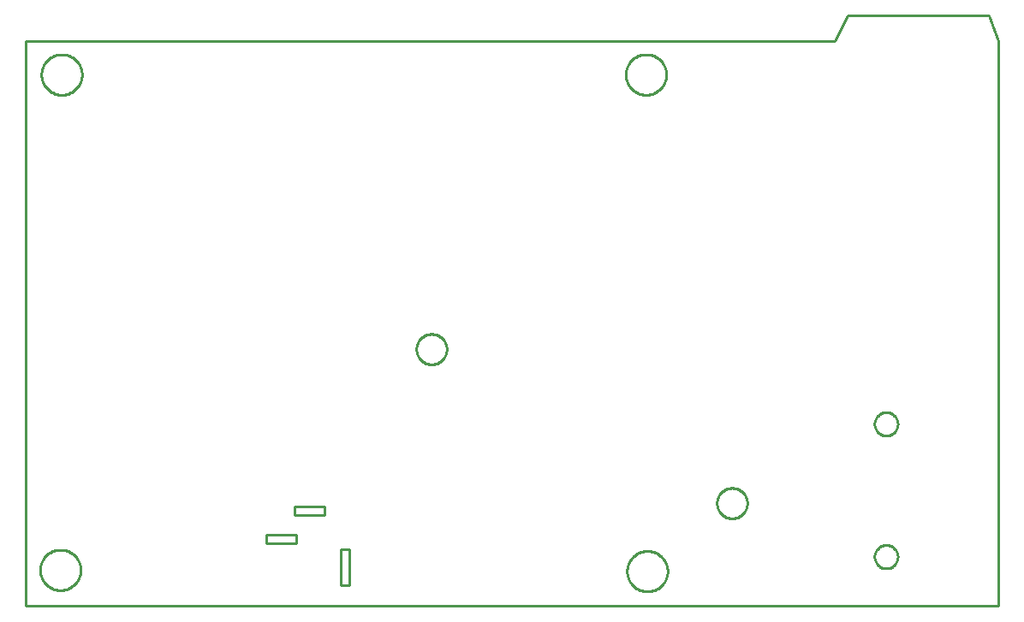
<source format=gbr>
G04 EAGLE Gerber X2 export*
%TF.Part,Single*%
%TF.FileFunction,Profile,NP*%
%TF.FilePolarity,Positive*%
%TF.GenerationSoftware,Autodesk,EAGLE,8.7.0*%
%TF.CreationDate,2018-11-06T21:30:33Z*%
G75*
%MOMM*%
%FSLAX34Y34*%
%LPD*%
%AMOC8*
5,1,8,0,0,1.08239X$1,22.5*%
G01*
%ADD10C,0.254000*%


D10*
X0Y0D02*
X961900Y0D01*
X961900Y558700D01*
X952600Y584100D01*
X812800Y584200D01*
X800100Y558800D01*
X0Y558700D01*
X0Y0D01*
X265700Y90100D02*
X295700Y90100D01*
X295700Y98100D01*
X265700Y98100D01*
X265700Y90100D01*
X311700Y20600D02*
X319700Y20600D01*
X319700Y55600D01*
X311700Y55600D01*
X311700Y20600D01*
X237700Y62100D02*
X267700Y62100D01*
X267700Y70100D01*
X237700Y70100D01*
X237700Y62100D01*
X54290Y34956D02*
X54217Y33749D01*
X54071Y32549D01*
X53853Y31360D01*
X53564Y30187D01*
X53205Y29033D01*
X52776Y27903D01*
X52280Y26801D01*
X51718Y25730D01*
X51093Y24696D01*
X50406Y23701D01*
X49661Y22750D01*
X48859Y21845D01*
X48005Y20991D01*
X47100Y20189D01*
X46149Y19444D01*
X45154Y18757D01*
X44120Y18132D01*
X43049Y17570D01*
X41947Y17074D01*
X40817Y16645D01*
X39663Y16286D01*
X38490Y15997D01*
X37301Y15779D01*
X36101Y15633D01*
X34894Y15560D01*
X33686Y15560D01*
X32479Y15633D01*
X31279Y15779D01*
X30090Y15997D01*
X28917Y16286D01*
X27763Y16645D01*
X26633Y17074D01*
X25531Y17570D01*
X24460Y18132D01*
X23426Y18757D01*
X22431Y19444D01*
X21480Y20189D01*
X20575Y20991D01*
X19721Y21845D01*
X18919Y22750D01*
X18174Y23701D01*
X17487Y24696D01*
X16862Y25730D01*
X16300Y26801D01*
X15804Y27903D01*
X15375Y29033D01*
X15016Y30187D01*
X14727Y31360D01*
X14509Y32549D01*
X14363Y33749D01*
X14290Y34956D01*
X14290Y36164D01*
X14363Y37371D01*
X14509Y38571D01*
X14727Y39760D01*
X15016Y40933D01*
X15375Y42087D01*
X15804Y43217D01*
X16300Y44319D01*
X16862Y45390D01*
X17487Y46424D01*
X18174Y47419D01*
X18919Y48370D01*
X19721Y49275D01*
X20575Y50129D01*
X21480Y50931D01*
X22431Y51676D01*
X23426Y52363D01*
X24460Y52988D01*
X25531Y53550D01*
X26633Y54046D01*
X27763Y54475D01*
X28917Y54834D01*
X30090Y55123D01*
X31279Y55341D01*
X32479Y55487D01*
X33686Y55560D01*
X34894Y55560D01*
X36101Y55487D01*
X37301Y55341D01*
X38490Y55123D01*
X39663Y54834D01*
X40817Y54475D01*
X41947Y54046D01*
X43049Y53550D01*
X44120Y52988D01*
X45154Y52363D01*
X46149Y51676D01*
X47100Y50931D01*
X48005Y50129D01*
X48859Y49275D01*
X49661Y48370D01*
X50406Y47419D01*
X51093Y46424D01*
X51718Y45390D01*
X52280Y44319D01*
X52776Y43217D01*
X53205Y42087D01*
X53564Y40933D01*
X53853Y39760D01*
X54071Y38571D01*
X54217Y37371D01*
X54290Y36164D01*
X54290Y34956D01*
X55560Y525176D02*
X55487Y523969D01*
X55341Y522769D01*
X55123Y521580D01*
X54834Y520407D01*
X54475Y519253D01*
X54046Y518123D01*
X53550Y517021D01*
X52988Y515950D01*
X52363Y514916D01*
X51676Y513921D01*
X50931Y512970D01*
X50129Y512065D01*
X49275Y511211D01*
X48370Y510409D01*
X47419Y509664D01*
X46424Y508977D01*
X45390Y508352D01*
X44319Y507790D01*
X43217Y507294D01*
X42087Y506865D01*
X40933Y506506D01*
X39760Y506217D01*
X38571Y505999D01*
X37371Y505853D01*
X36164Y505780D01*
X34956Y505780D01*
X33749Y505853D01*
X32549Y505999D01*
X31360Y506217D01*
X30187Y506506D01*
X29033Y506865D01*
X27903Y507294D01*
X26801Y507790D01*
X25730Y508352D01*
X24696Y508977D01*
X23701Y509664D01*
X22750Y510409D01*
X21845Y511211D01*
X20991Y512065D01*
X20189Y512970D01*
X19444Y513921D01*
X18757Y514916D01*
X18132Y515950D01*
X17570Y517021D01*
X17074Y518123D01*
X16645Y519253D01*
X16286Y520407D01*
X15997Y521580D01*
X15779Y522769D01*
X15633Y523969D01*
X15560Y525176D01*
X15560Y526384D01*
X15633Y527591D01*
X15779Y528791D01*
X15997Y529980D01*
X16286Y531153D01*
X16645Y532307D01*
X17074Y533437D01*
X17570Y534539D01*
X18132Y535610D01*
X18757Y536644D01*
X19444Y537639D01*
X20189Y538590D01*
X20991Y539495D01*
X21845Y540349D01*
X22750Y541151D01*
X23701Y541896D01*
X24696Y542583D01*
X25730Y543208D01*
X26801Y543770D01*
X27903Y544266D01*
X29033Y544695D01*
X30187Y545054D01*
X31360Y545343D01*
X32549Y545561D01*
X33749Y545707D01*
X34956Y545780D01*
X36164Y545780D01*
X37371Y545707D01*
X38571Y545561D01*
X39760Y545343D01*
X40933Y545054D01*
X42087Y544695D01*
X43217Y544266D01*
X44319Y543770D01*
X45390Y543208D01*
X46424Y542583D01*
X47419Y541896D01*
X48370Y541151D01*
X49275Y540349D01*
X50129Y539495D01*
X50931Y538590D01*
X51676Y537639D01*
X52363Y536644D01*
X52988Y535610D01*
X53550Y534539D01*
X54046Y533437D01*
X54475Y532307D01*
X54834Y531153D01*
X55123Y529980D01*
X55341Y528791D01*
X55487Y527591D01*
X55560Y526384D01*
X55560Y525176D01*
X633410Y525176D02*
X633337Y523969D01*
X633191Y522769D01*
X632973Y521580D01*
X632684Y520407D01*
X632325Y519253D01*
X631896Y518123D01*
X631400Y517021D01*
X630838Y515950D01*
X630213Y514916D01*
X629526Y513921D01*
X628781Y512970D01*
X627979Y512065D01*
X627125Y511211D01*
X626220Y510409D01*
X625269Y509664D01*
X624274Y508977D01*
X623240Y508352D01*
X622169Y507790D01*
X621067Y507294D01*
X619937Y506865D01*
X618783Y506506D01*
X617610Y506217D01*
X616421Y505999D01*
X615221Y505853D01*
X614014Y505780D01*
X612806Y505780D01*
X611599Y505853D01*
X610399Y505999D01*
X609210Y506217D01*
X608037Y506506D01*
X606883Y506865D01*
X605753Y507294D01*
X604651Y507790D01*
X603580Y508352D01*
X602546Y508977D01*
X601551Y509664D01*
X600600Y510409D01*
X599695Y511211D01*
X598841Y512065D01*
X598039Y512970D01*
X597294Y513921D01*
X596607Y514916D01*
X595982Y515950D01*
X595420Y517021D01*
X594924Y518123D01*
X594495Y519253D01*
X594136Y520407D01*
X593847Y521580D01*
X593629Y522769D01*
X593483Y523969D01*
X593410Y525176D01*
X593410Y526384D01*
X593483Y527591D01*
X593629Y528791D01*
X593847Y529980D01*
X594136Y531153D01*
X594495Y532307D01*
X594924Y533437D01*
X595420Y534539D01*
X595982Y535610D01*
X596607Y536644D01*
X597294Y537639D01*
X598039Y538590D01*
X598841Y539495D01*
X599695Y540349D01*
X600600Y541151D01*
X601551Y541896D01*
X602546Y542583D01*
X603580Y543208D01*
X604651Y543770D01*
X605753Y544266D01*
X606883Y544695D01*
X608037Y545054D01*
X609210Y545343D01*
X610399Y545561D01*
X611599Y545707D01*
X612806Y545780D01*
X614014Y545780D01*
X615221Y545707D01*
X616421Y545561D01*
X617610Y545343D01*
X618783Y545054D01*
X619937Y544695D01*
X621067Y544266D01*
X622169Y543770D01*
X623240Y543208D01*
X624274Y542583D01*
X625269Y541896D01*
X626220Y541151D01*
X627125Y540349D01*
X627979Y539495D01*
X628781Y538590D01*
X629526Y537639D01*
X630213Y536644D01*
X630838Y535610D01*
X631400Y534539D01*
X631896Y533437D01*
X632325Y532307D01*
X632684Y531153D01*
X632973Y529980D01*
X633191Y528791D01*
X633337Y527591D01*
X633410Y526384D01*
X633410Y525176D01*
X634680Y33686D02*
X634607Y32479D01*
X634461Y31279D01*
X634243Y30090D01*
X633954Y28917D01*
X633595Y27763D01*
X633166Y26633D01*
X632670Y25531D01*
X632108Y24460D01*
X631483Y23426D01*
X630796Y22431D01*
X630051Y21480D01*
X629249Y20575D01*
X628395Y19721D01*
X627490Y18919D01*
X626539Y18174D01*
X625544Y17487D01*
X624510Y16862D01*
X623439Y16300D01*
X622337Y15804D01*
X621207Y15375D01*
X620053Y15016D01*
X618880Y14727D01*
X617691Y14509D01*
X616491Y14363D01*
X615284Y14290D01*
X614076Y14290D01*
X612869Y14363D01*
X611669Y14509D01*
X610480Y14727D01*
X609307Y15016D01*
X608153Y15375D01*
X607023Y15804D01*
X605921Y16300D01*
X604850Y16862D01*
X603816Y17487D01*
X602821Y18174D01*
X601870Y18919D01*
X600965Y19721D01*
X600111Y20575D01*
X599309Y21480D01*
X598564Y22431D01*
X597877Y23426D01*
X597252Y24460D01*
X596690Y25531D01*
X596194Y26633D01*
X595765Y27763D01*
X595406Y28917D01*
X595117Y30090D01*
X594899Y31279D01*
X594753Y32479D01*
X594680Y33686D01*
X594680Y34894D01*
X594753Y36101D01*
X594899Y37301D01*
X595117Y38490D01*
X595406Y39663D01*
X595765Y40817D01*
X596194Y41947D01*
X596690Y43049D01*
X597252Y44120D01*
X597877Y45154D01*
X598564Y46149D01*
X599309Y47100D01*
X600111Y48005D01*
X600965Y48859D01*
X601870Y49661D01*
X602821Y50406D01*
X603816Y51093D01*
X604850Y51718D01*
X605921Y52280D01*
X607023Y52776D01*
X608153Y53205D01*
X609307Y53564D01*
X610480Y53853D01*
X611669Y54071D01*
X612869Y54217D01*
X614076Y54290D01*
X615284Y54290D01*
X616491Y54217D01*
X617691Y54071D01*
X618880Y53853D01*
X620053Y53564D01*
X621207Y53205D01*
X622337Y52776D01*
X623439Y52280D01*
X624510Y51718D01*
X625544Y51093D01*
X626539Y50406D01*
X627490Y49661D01*
X628395Y48859D01*
X629249Y48005D01*
X630051Y47100D01*
X630796Y46149D01*
X631483Y45154D01*
X632108Y44120D01*
X632670Y43049D01*
X633166Y41947D01*
X633595Y40817D01*
X633954Y39663D01*
X634243Y38490D01*
X634461Y37301D01*
X634607Y36101D01*
X634680Y34894D01*
X634680Y33686D01*
X54290Y34956D02*
X54217Y33749D01*
X54071Y32549D01*
X53853Y31360D01*
X53564Y30187D01*
X53205Y29033D01*
X52776Y27903D01*
X52280Y26801D01*
X51718Y25730D01*
X51093Y24696D01*
X50406Y23701D01*
X49661Y22750D01*
X48859Y21845D01*
X48005Y20991D01*
X47100Y20189D01*
X46149Y19444D01*
X45154Y18757D01*
X44120Y18132D01*
X43049Y17570D01*
X41947Y17074D01*
X40817Y16645D01*
X39663Y16286D01*
X38490Y15997D01*
X37301Y15779D01*
X36101Y15633D01*
X34894Y15560D01*
X33686Y15560D01*
X32479Y15633D01*
X31279Y15779D01*
X30090Y15997D01*
X28917Y16286D01*
X27763Y16645D01*
X26633Y17074D01*
X25531Y17570D01*
X24460Y18132D01*
X23426Y18757D01*
X22431Y19444D01*
X21480Y20189D01*
X20575Y20991D01*
X19721Y21845D01*
X18919Y22750D01*
X18174Y23701D01*
X17487Y24696D01*
X16862Y25730D01*
X16300Y26801D01*
X15804Y27903D01*
X15375Y29033D01*
X15016Y30187D01*
X14727Y31360D01*
X14509Y32549D01*
X14363Y33749D01*
X14290Y34956D01*
X14290Y36164D01*
X14363Y37371D01*
X14509Y38571D01*
X14727Y39760D01*
X15016Y40933D01*
X15375Y42087D01*
X15804Y43217D01*
X16300Y44319D01*
X16862Y45390D01*
X17487Y46424D01*
X18174Y47419D01*
X18919Y48370D01*
X19721Y49275D01*
X20575Y50129D01*
X21480Y50931D01*
X22431Y51676D01*
X23426Y52363D01*
X24460Y52988D01*
X25531Y53550D01*
X26633Y54046D01*
X27763Y54475D01*
X28917Y54834D01*
X30090Y55123D01*
X31279Y55341D01*
X32479Y55487D01*
X33686Y55560D01*
X34894Y55560D01*
X36101Y55487D01*
X37301Y55341D01*
X38490Y55123D01*
X39663Y54834D01*
X40817Y54475D01*
X41947Y54046D01*
X43049Y53550D01*
X44120Y52988D01*
X45154Y52363D01*
X46149Y51676D01*
X47100Y50931D01*
X48005Y50129D01*
X48859Y49275D01*
X49661Y48370D01*
X50406Y47419D01*
X51093Y46424D01*
X51718Y45390D01*
X52280Y44319D01*
X52776Y43217D01*
X53205Y42087D01*
X53564Y40933D01*
X53853Y39760D01*
X54071Y38571D01*
X54217Y37371D01*
X54290Y36164D01*
X54290Y34956D01*
X55560Y525176D02*
X55487Y523969D01*
X55341Y522769D01*
X55123Y521580D01*
X54834Y520407D01*
X54475Y519253D01*
X54046Y518123D01*
X53550Y517021D01*
X52988Y515950D01*
X52363Y514916D01*
X51676Y513921D01*
X50931Y512970D01*
X50129Y512065D01*
X49275Y511211D01*
X48370Y510409D01*
X47419Y509664D01*
X46424Y508977D01*
X45390Y508352D01*
X44319Y507790D01*
X43217Y507294D01*
X42087Y506865D01*
X40933Y506506D01*
X39760Y506217D01*
X38571Y505999D01*
X37371Y505853D01*
X36164Y505780D01*
X34956Y505780D01*
X33749Y505853D01*
X32549Y505999D01*
X31360Y506217D01*
X30187Y506506D01*
X29033Y506865D01*
X27903Y507294D01*
X26801Y507790D01*
X25730Y508352D01*
X24696Y508977D01*
X23701Y509664D01*
X22750Y510409D01*
X21845Y511211D01*
X20991Y512065D01*
X20189Y512970D01*
X19444Y513921D01*
X18757Y514916D01*
X18132Y515950D01*
X17570Y517021D01*
X17074Y518123D01*
X16645Y519253D01*
X16286Y520407D01*
X15997Y521580D01*
X15779Y522769D01*
X15633Y523969D01*
X15560Y525176D01*
X15560Y526384D01*
X15633Y527591D01*
X15779Y528791D01*
X15997Y529980D01*
X16286Y531153D01*
X16645Y532307D01*
X17074Y533437D01*
X17570Y534539D01*
X18132Y535610D01*
X18757Y536644D01*
X19444Y537639D01*
X20189Y538590D01*
X20991Y539495D01*
X21845Y540349D01*
X22750Y541151D01*
X23701Y541896D01*
X24696Y542583D01*
X25730Y543208D01*
X26801Y543770D01*
X27903Y544266D01*
X29033Y544695D01*
X30187Y545054D01*
X31360Y545343D01*
X32549Y545561D01*
X33749Y545707D01*
X34956Y545780D01*
X36164Y545780D01*
X37371Y545707D01*
X38571Y545561D01*
X39760Y545343D01*
X40933Y545054D01*
X42087Y544695D01*
X43217Y544266D01*
X44319Y543770D01*
X45390Y543208D01*
X46424Y542583D01*
X47419Y541896D01*
X48370Y541151D01*
X49275Y540349D01*
X50129Y539495D01*
X50931Y538590D01*
X51676Y537639D01*
X52363Y536644D01*
X52988Y535610D01*
X53550Y534539D01*
X54046Y533437D01*
X54475Y532307D01*
X54834Y531153D01*
X55123Y529980D01*
X55341Y528791D01*
X55487Y527591D01*
X55560Y526384D01*
X55560Y525176D01*
X633410Y525176D02*
X633337Y523969D01*
X633191Y522769D01*
X632973Y521580D01*
X632684Y520407D01*
X632325Y519253D01*
X631896Y518123D01*
X631400Y517021D01*
X630838Y515950D01*
X630213Y514916D01*
X629526Y513921D01*
X628781Y512970D01*
X627979Y512065D01*
X627125Y511211D01*
X626220Y510409D01*
X625269Y509664D01*
X624274Y508977D01*
X623240Y508352D01*
X622169Y507790D01*
X621067Y507294D01*
X619937Y506865D01*
X618783Y506506D01*
X617610Y506217D01*
X616421Y505999D01*
X615221Y505853D01*
X614014Y505780D01*
X612806Y505780D01*
X611599Y505853D01*
X610399Y505999D01*
X609210Y506217D01*
X608037Y506506D01*
X606883Y506865D01*
X605753Y507294D01*
X604651Y507790D01*
X603580Y508352D01*
X602546Y508977D01*
X601551Y509664D01*
X600600Y510409D01*
X599695Y511211D01*
X598841Y512065D01*
X598039Y512970D01*
X597294Y513921D01*
X596607Y514916D01*
X595982Y515950D01*
X595420Y517021D01*
X594924Y518123D01*
X594495Y519253D01*
X594136Y520407D01*
X593847Y521580D01*
X593629Y522769D01*
X593483Y523969D01*
X593410Y525176D01*
X593410Y526384D01*
X593483Y527591D01*
X593629Y528791D01*
X593847Y529980D01*
X594136Y531153D01*
X594495Y532307D01*
X594924Y533437D01*
X595420Y534539D01*
X595982Y535610D01*
X596607Y536644D01*
X597294Y537639D01*
X598039Y538590D01*
X598841Y539495D01*
X599695Y540349D01*
X600600Y541151D01*
X601551Y541896D01*
X602546Y542583D01*
X603580Y543208D01*
X604651Y543770D01*
X605753Y544266D01*
X606883Y544695D01*
X608037Y545054D01*
X609210Y545343D01*
X610399Y545561D01*
X611599Y545707D01*
X612806Y545780D01*
X614014Y545780D01*
X615221Y545707D01*
X616421Y545561D01*
X617610Y545343D01*
X618783Y545054D01*
X619937Y544695D01*
X621067Y544266D01*
X622169Y543770D01*
X623240Y543208D01*
X624274Y542583D01*
X625269Y541896D01*
X626220Y541151D01*
X627125Y540349D01*
X627979Y539495D01*
X628781Y538590D01*
X629526Y537639D01*
X630213Y536644D01*
X630838Y535610D01*
X631400Y534539D01*
X631896Y533437D01*
X632325Y532307D01*
X632684Y531153D01*
X632973Y529980D01*
X633191Y528791D01*
X633337Y527591D01*
X633410Y526384D01*
X633410Y525176D01*
X634680Y33686D02*
X634607Y32479D01*
X634461Y31279D01*
X634243Y30090D01*
X633954Y28917D01*
X633595Y27763D01*
X633166Y26633D01*
X632670Y25531D01*
X632108Y24460D01*
X631483Y23426D01*
X630796Y22431D01*
X630051Y21480D01*
X629249Y20575D01*
X628395Y19721D01*
X627490Y18919D01*
X626539Y18174D01*
X625544Y17487D01*
X624510Y16862D01*
X623439Y16300D01*
X622337Y15804D01*
X621207Y15375D01*
X620053Y15016D01*
X618880Y14727D01*
X617691Y14509D01*
X616491Y14363D01*
X615284Y14290D01*
X614076Y14290D01*
X612869Y14363D01*
X611669Y14509D01*
X610480Y14727D01*
X609307Y15016D01*
X608153Y15375D01*
X607023Y15804D01*
X605921Y16300D01*
X604850Y16862D01*
X603816Y17487D01*
X602821Y18174D01*
X601870Y18919D01*
X600965Y19721D01*
X600111Y20575D01*
X599309Y21480D01*
X598564Y22431D01*
X597877Y23426D01*
X597252Y24460D01*
X596690Y25531D01*
X596194Y26633D01*
X595765Y27763D01*
X595406Y28917D01*
X595117Y30090D01*
X594899Y31279D01*
X594753Y32479D01*
X594680Y33686D01*
X594680Y34894D01*
X594753Y36101D01*
X594899Y37301D01*
X595117Y38490D01*
X595406Y39663D01*
X595765Y40817D01*
X596194Y41947D01*
X596690Y43049D01*
X597252Y44120D01*
X597877Y45154D01*
X598564Y46149D01*
X599309Y47100D01*
X600111Y48005D01*
X600965Y48859D01*
X601870Y49661D01*
X602821Y50406D01*
X603816Y51093D01*
X604850Y51718D01*
X605921Y52280D01*
X607023Y52776D01*
X608153Y53205D01*
X609307Y53564D01*
X610480Y53853D01*
X611669Y54071D01*
X612869Y54217D01*
X614076Y54290D01*
X615284Y54290D01*
X616491Y54217D01*
X617691Y54071D01*
X618880Y53853D01*
X620053Y53564D01*
X621207Y53205D01*
X622337Y52776D01*
X623439Y52280D01*
X624510Y51718D01*
X625544Y51093D01*
X626539Y50406D01*
X627490Y49661D01*
X628395Y48859D01*
X629249Y48005D01*
X630051Y47100D01*
X630796Y46149D01*
X631483Y45154D01*
X632108Y44120D01*
X632670Y43049D01*
X633166Y41947D01*
X633595Y40817D01*
X633954Y39663D01*
X634243Y38490D01*
X634461Y37301D01*
X634607Y36101D01*
X634680Y34894D01*
X634680Y33686D01*
X416320Y253464D02*
X416244Y252396D01*
X416091Y251335D01*
X415863Y250288D01*
X415561Y249260D01*
X415187Y248256D01*
X414742Y247281D01*
X414228Y246341D01*
X413649Y245440D01*
X413007Y244582D01*
X412305Y243772D01*
X411548Y243015D01*
X410738Y242313D01*
X409880Y241671D01*
X408979Y241092D01*
X408039Y240578D01*
X407064Y240133D01*
X406060Y239759D01*
X405032Y239457D01*
X403985Y239229D01*
X402924Y239076D01*
X401856Y239000D01*
X400784Y239000D01*
X399716Y239076D01*
X398655Y239229D01*
X397608Y239457D01*
X396580Y239759D01*
X395576Y240133D01*
X394601Y240578D01*
X393661Y241092D01*
X392760Y241671D01*
X391902Y242313D01*
X391092Y243015D01*
X390335Y243772D01*
X389633Y244582D01*
X388991Y245440D01*
X388412Y246341D01*
X387898Y247281D01*
X387453Y248256D01*
X387079Y249260D01*
X386777Y250288D01*
X386549Y251335D01*
X386396Y252396D01*
X386320Y253464D01*
X386320Y254536D01*
X386396Y255604D01*
X386549Y256665D01*
X386777Y257712D01*
X387079Y258740D01*
X387453Y259744D01*
X387898Y260719D01*
X388412Y261659D01*
X388991Y262560D01*
X389633Y263418D01*
X390335Y264228D01*
X391092Y264985D01*
X391902Y265687D01*
X392760Y266329D01*
X393661Y266908D01*
X394601Y267422D01*
X395576Y267867D01*
X396580Y268241D01*
X397608Y268543D01*
X398655Y268771D01*
X399716Y268924D01*
X400784Y269000D01*
X401856Y269000D01*
X402924Y268924D01*
X403985Y268771D01*
X405032Y268543D01*
X406060Y268241D01*
X407064Y267867D01*
X408039Y267422D01*
X408979Y266908D01*
X409880Y266329D01*
X410738Y265687D01*
X411548Y264985D01*
X412305Y264228D01*
X413007Y263418D01*
X413649Y262560D01*
X414228Y261659D01*
X414742Y260719D01*
X415187Y259744D01*
X415561Y258740D01*
X415863Y257712D01*
X416091Y256665D01*
X416244Y255604D01*
X416320Y254536D01*
X416320Y253464D01*
X713500Y101064D02*
X713424Y99996D01*
X713271Y98935D01*
X713043Y97888D01*
X712741Y96860D01*
X712367Y95856D01*
X711922Y94881D01*
X711408Y93941D01*
X710829Y93040D01*
X710187Y92182D01*
X709485Y91372D01*
X708728Y90615D01*
X707918Y89913D01*
X707060Y89271D01*
X706159Y88692D01*
X705219Y88178D01*
X704244Y87733D01*
X703240Y87359D01*
X702212Y87057D01*
X701165Y86829D01*
X700104Y86676D01*
X699036Y86600D01*
X697964Y86600D01*
X696896Y86676D01*
X695835Y86829D01*
X694788Y87057D01*
X693760Y87359D01*
X692756Y87733D01*
X691781Y88178D01*
X690841Y88692D01*
X689940Y89271D01*
X689082Y89913D01*
X688272Y90615D01*
X687515Y91372D01*
X686813Y92182D01*
X686171Y93040D01*
X685592Y93941D01*
X685078Y94881D01*
X684633Y95856D01*
X684259Y96860D01*
X683957Y97888D01*
X683729Y98935D01*
X683576Y99996D01*
X683500Y101064D01*
X683500Y102136D01*
X683576Y103204D01*
X683729Y104265D01*
X683957Y105312D01*
X684259Y106340D01*
X684633Y107344D01*
X685078Y108319D01*
X685592Y109259D01*
X686171Y110160D01*
X686813Y111018D01*
X687515Y111828D01*
X688272Y112585D01*
X689082Y113287D01*
X689940Y113929D01*
X690841Y114508D01*
X691781Y115022D01*
X692756Y115467D01*
X693760Y115841D01*
X694788Y116143D01*
X695835Y116371D01*
X696896Y116524D01*
X697964Y116600D01*
X699036Y116600D01*
X700104Y116524D01*
X701165Y116371D01*
X702212Y116143D01*
X703240Y115841D01*
X704244Y115467D01*
X705219Y115022D01*
X706159Y114508D01*
X707060Y113929D01*
X707918Y113287D01*
X708728Y112585D01*
X709485Y111828D01*
X710187Y111018D01*
X710829Y110160D01*
X711408Y109259D01*
X711922Y108319D01*
X712367Y107344D01*
X712741Y106340D01*
X713043Y105312D01*
X713271Y104265D01*
X713424Y103204D01*
X713500Y102136D01*
X713500Y101064D01*
X851352Y60100D02*
X852253Y60029D01*
X853145Y59888D01*
X854024Y59677D01*
X854883Y59398D01*
X855718Y59052D01*
X856523Y58641D01*
X857294Y58169D01*
X858025Y57638D01*
X858712Y57051D01*
X859351Y56412D01*
X859938Y55725D01*
X860469Y54994D01*
X860941Y54223D01*
X861352Y53418D01*
X861698Y52583D01*
X861977Y51724D01*
X862188Y50845D01*
X862329Y49953D01*
X862400Y49052D01*
X862400Y48148D01*
X862329Y47247D01*
X862188Y46355D01*
X861977Y45476D01*
X861698Y44617D01*
X861352Y43782D01*
X860941Y42977D01*
X860469Y42206D01*
X859938Y41475D01*
X859351Y40788D01*
X858712Y40149D01*
X858025Y39562D01*
X857294Y39031D01*
X856523Y38559D01*
X855718Y38148D01*
X854883Y37802D01*
X854024Y37523D01*
X853145Y37312D01*
X852253Y37171D01*
X851352Y37100D01*
X850448Y37100D01*
X849547Y37171D01*
X848655Y37312D01*
X847776Y37523D01*
X846917Y37802D01*
X846082Y38148D01*
X845277Y38559D01*
X844506Y39031D01*
X843775Y39562D01*
X843088Y40149D01*
X842449Y40788D01*
X841862Y41475D01*
X841331Y42206D01*
X840859Y42977D01*
X840448Y43782D01*
X840102Y44617D01*
X839823Y45476D01*
X839612Y46355D01*
X839471Y47247D01*
X839400Y48148D01*
X839400Y49052D01*
X839471Y49953D01*
X839612Y50845D01*
X839823Y51724D01*
X840102Y52583D01*
X840448Y53418D01*
X840859Y54223D01*
X841331Y54994D01*
X841862Y55725D01*
X842449Y56412D01*
X843088Y57051D01*
X843775Y57638D01*
X844506Y58169D01*
X845277Y58641D01*
X846082Y59052D01*
X846917Y59398D01*
X847776Y59677D01*
X848655Y59888D01*
X849547Y60029D01*
X850448Y60100D01*
X851352Y60100D01*
X851352Y191500D02*
X852253Y191429D01*
X853145Y191288D01*
X854024Y191077D01*
X854883Y190798D01*
X855718Y190452D01*
X856523Y190041D01*
X857294Y189569D01*
X858025Y189038D01*
X858712Y188451D01*
X859351Y187812D01*
X859938Y187125D01*
X860469Y186394D01*
X860941Y185623D01*
X861352Y184818D01*
X861698Y183983D01*
X861977Y183124D01*
X862188Y182245D01*
X862329Y181353D01*
X862400Y180452D01*
X862400Y179548D01*
X862329Y178647D01*
X862188Y177755D01*
X861977Y176876D01*
X861698Y176017D01*
X861352Y175182D01*
X860941Y174377D01*
X860469Y173606D01*
X859938Y172875D01*
X859351Y172188D01*
X858712Y171549D01*
X858025Y170962D01*
X857294Y170431D01*
X856523Y169959D01*
X855718Y169548D01*
X854883Y169202D01*
X854024Y168923D01*
X853145Y168712D01*
X852253Y168571D01*
X851352Y168500D01*
X850448Y168500D01*
X849547Y168571D01*
X848655Y168712D01*
X847776Y168923D01*
X846917Y169202D01*
X846082Y169548D01*
X845277Y169959D01*
X844506Y170431D01*
X843775Y170962D01*
X843088Y171549D01*
X842449Y172188D01*
X841862Y172875D01*
X841331Y173606D01*
X840859Y174377D01*
X840448Y175182D01*
X840102Y176017D01*
X839823Y176876D01*
X839612Y177755D01*
X839471Y178647D01*
X839400Y179548D01*
X839400Y180452D01*
X839471Y181353D01*
X839612Y182245D01*
X839823Y183124D01*
X840102Y183983D01*
X840448Y184818D01*
X840859Y185623D01*
X841331Y186394D01*
X841862Y187125D01*
X842449Y187812D01*
X843088Y188451D01*
X843775Y189038D01*
X844506Y189569D01*
X845277Y190041D01*
X846082Y190452D01*
X846917Y190798D01*
X847776Y191077D01*
X848655Y191288D01*
X849547Y191429D01*
X850448Y191500D01*
X851352Y191500D01*
M02*

</source>
